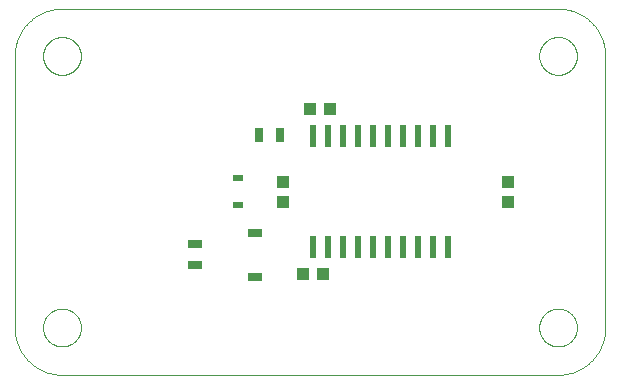
<source format=gtp>
G75*
%MOIN*%
%OFA0B0*%
%FSLAX25Y25*%
%IPPOS*%
%LPD*%
%AMOC8*
5,1,8,0,0,1.08239X$1,22.5*
%
%ADD10R,0.02200X0.07800*%
%ADD11R,0.04724X0.03150*%
%ADD12R,0.03937X0.04331*%
%ADD13R,0.03150X0.04724*%
%ADD14R,0.04331X0.03937*%
%ADD15R,0.05000X0.02500*%
%ADD16R,0.03268X0.02480*%
%ADD17C,0.00000*%
D10*
X0130697Y0076680D03*
X0135697Y0076680D03*
X0140697Y0076680D03*
X0145697Y0076680D03*
X0150697Y0076680D03*
X0155697Y0076680D03*
X0160697Y0076680D03*
X0165697Y0076680D03*
X0170697Y0076680D03*
X0175697Y0076680D03*
X0175697Y0113680D03*
X0170697Y0113680D03*
X0165697Y0113680D03*
X0160697Y0113680D03*
X0155697Y0113680D03*
X0150697Y0113680D03*
X0145697Y0113680D03*
X0140697Y0113680D03*
X0135697Y0113680D03*
X0130697Y0113680D03*
D11*
X0091346Y0077699D03*
X0091346Y0070613D03*
D12*
X0120697Y0091833D03*
X0120697Y0098526D03*
X0195697Y0098526D03*
X0195697Y0091833D03*
D13*
X0119890Y0114156D03*
X0112803Y0114156D03*
D14*
X0129850Y0122680D03*
X0136543Y0122680D03*
X0134043Y0067680D03*
X0127350Y0067680D03*
D15*
X0111346Y0066873D03*
X0111346Y0081440D03*
D16*
X0105697Y0090652D03*
X0105697Y0099707D03*
D17*
X0047094Y0034156D02*
X0212449Y0034156D01*
X0206150Y0049904D02*
X0206152Y0050062D01*
X0206158Y0050220D01*
X0206168Y0050378D01*
X0206182Y0050536D01*
X0206200Y0050693D01*
X0206221Y0050850D01*
X0206247Y0051006D01*
X0206277Y0051162D01*
X0206310Y0051317D01*
X0206348Y0051470D01*
X0206389Y0051623D01*
X0206434Y0051775D01*
X0206483Y0051926D01*
X0206536Y0052075D01*
X0206592Y0052223D01*
X0206652Y0052369D01*
X0206716Y0052514D01*
X0206784Y0052657D01*
X0206855Y0052799D01*
X0206929Y0052939D01*
X0207007Y0053076D01*
X0207089Y0053212D01*
X0207173Y0053346D01*
X0207262Y0053477D01*
X0207353Y0053606D01*
X0207448Y0053733D01*
X0207545Y0053858D01*
X0207646Y0053980D01*
X0207750Y0054099D01*
X0207857Y0054216D01*
X0207967Y0054330D01*
X0208080Y0054441D01*
X0208195Y0054550D01*
X0208313Y0054655D01*
X0208434Y0054757D01*
X0208557Y0054857D01*
X0208683Y0054953D01*
X0208811Y0055046D01*
X0208941Y0055136D01*
X0209074Y0055222D01*
X0209209Y0055306D01*
X0209345Y0055385D01*
X0209484Y0055462D01*
X0209625Y0055534D01*
X0209767Y0055604D01*
X0209911Y0055669D01*
X0210057Y0055731D01*
X0210204Y0055789D01*
X0210353Y0055844D01*
X0210503Y0055895D01*
X0210654Y0055942D01*
X0210806Y0055985D01*
X0210959Y0056024D01*
X0211114Y0056060D01*
X0211269Y0056091D01*
X0211425Y0056119D01*
X0211581Y0056143D01*
X0211738Y0056163D01*
X0211896Y0056179D01*
X0212053Y0056191D01*
X0212212Y0056199D01*
X0212370Y0056203D01*
X0212528Y0056203D01*
X0212686Y0056199D01*
X0212845Y0056191D01*
X0213002Y0056179D01*
X0213160Y0056163D01*
X0213317Y0056143D01*
X0213473Y0056119D01*
X0213629Y0056091D01*
X0213784Y0056060D01*
X0213939Y0056024D01*
X0214092Y0055985D01*
X0214244Y0055942D01*
X0214395Y0055895D01*
X0214545Y0055844D01*
X0214694Y0055789D01*
X0214841Y0055731D01*
X0214987Y0055669D01*
X0215131Y0055604D01*
X0215273Y0055534D01*
X0215414Y0055462D01*
X0215553Y0055385D01*
X0215689Y0055306D01*
X0215824Y0055222D01*
X0215957Y0055136D01*
X0216087Y0055046D01*
X0216215Y0054953D01*
X0216341Y0054857D01*
X0216464Y0054757D01*
X0216585Y0054655D01*
X0216703Y0054550D01*
X0216818Y0054441D01*
X0216931Y0054330D01*
X0217041Y0054216D01*
X0217148Y0054099D01*
X0217252Y0053980D01*
X0217353Y0053858D01*
X0217450Y0053733D01*
X0217545Y0053606D01*
X0217636Y0053477D01*
X0217725Y0053346D01*
X0217809Y0053212D01*
X0217891Y0053076D01*
X0217969Y0052939D01*
X0218043Y0052799D01*
X0218114Y0052657D01*
X0218182Y0052514D01*
X0218246Y0052369D01*
X0218306Y0052223D01*
X0218362Y0052075D01*
X0218415Y0051926D01*
X0218464Y0051775D01*
X0218509Y0051623D01*
X0218550Y0051470D01*
X0218588Y0051317D01*
X0218621Y0051162D01*
X0218651Y0051006D01*
X0218677Y0050850D01*
X0218698Y0050693D01*
X0218716Y0050536D01*
X0218730Y0050378D01*
X0218740Y0050220D01*
X0218746Y0050062D01*
X0218748Y0049904D01*
X0218746Y0049746D01*
X0218740Y0049588D01*
X0218730Y0049430D01*
X0218716Y0049272D01*
X0218698Y0049115D01*
X0218677Y0048958D01*
X0218651Y0048802D01*
X0218621Y0048646D01*
X0218588Y0048491D01*
X0218550Y0048338D01*
X0218509Y0048185D01*
X0218464Y0048033D01*
X0218415Y0047882D01*
X0218362Y0047733D01*
X0218306Y0047585D01*
X0218246Y0047439D01*
X0218182Y0047294D01*
X0218114Y0047151D01*
X0218043Y0047009D01*
X0217969Y0046869D01*
X0217891Y0046732D01*
X0217809Y0046596D01*
X0217725Y0046462D01*
X0217636Y0046331D01*
X0217545Y0046202D01*
X0217450Y0046075D01*
X0217353Y0045950D01*
X0217252Y0045828D01*
X0217148Y0045709D01*
X0217041Y0045592D01*
X0216931Y0045478D01*
X0216818Y0045367D01*
X0216703Y0045258D01*
X0216585Y0045153D01*
X0216464Y0045051D01*
X0216341Y0044951D01*
X0216215Y0044855D01*
X0216087Y0044762D01*
X0215957Y0044672D01*
X0215824Y0044586D01*
X0215689Y0044502D01*
X0215553Y0044423D01*
X0215414Y0044346D01*
X0215273Y0044274D01*
X0215131Y0044204D01*
X0214987Y0044139D01*
X0214841Y0044077D01*
X0214694Y0044019D01*
X0214545Y0043964D01*
X0214395Y0043913D01*
X0214244Y0043866D01*
X0214092Y0043823D01*
X0213939Y0043784D01*
X0213784Y0043748D01*
X0213629Y0043717D01*
X0213473Y0043689D01*
X0213317Y0043665D01*
X0213160Y0043645D01*
X0213002Y0043629D01*
X0212845Y0043617D01*
X0212686Y0043609D01*
X0212528Y0043605D01*
X0212370Y0043605D01*
X0212212Y0043609D01*
X0212053Y0043617D01*
X0211896Y0043629D01*
X0211738Y0043645D01*
X0211581Y0043665D01*
X0211425Y0043689D01*
X0211269Y0043717D01*
X0211114Y0043748D01*
X0210959Y0043784D01*
X0210806Y0043823D01*
X0210654Y0043866D01*
X0210503Y0043913D01*
X0210353Y0043964D01*
X0210204Y0044019D01*
X0210057Y0044077D01*
X0209911Y0044139D01*
X0209767Y0044204D01*
X0209625Y0044274D01*
X0209484Y0044346D01*
X0209345Y0044423D01*
X0209209Y0044502D01*
X0209074Y0044586D01*
X0208941Y0044672D01*
X0208811Y0044762D01*
X0208683Y0044855D01*
X0208557Y0044951D01*
X0208434Y0045051D01*
X0208313Y0045153D01*
X0208195Y0045258D01*
X0208080Y0045367D01*
X0207967Y0045478D01*
X0207857Y0045592D01*
X0207750Y0045709D01*
X0207646Y0045828D01*
X0207545Y0045950D01*
X0207448Y0046075D01*
X0207353Y0046202D01*
X0207262Y0046331D01*
X0207173Y0046462D01*
X0207089Y0046596D01*
X0207007Y0046732D01*
X0206929Y0046869D01*
X0206855Y0047009D01*
X0206784Y0047151D01*
X0206716Y0047294D01*
X0206652Y0047439D01*
X0206592Y0047585D01*
X0206536Y0047733D01*
X0206483Y0047882D01*
X0206434Y0048033D01*
X0206389Y0048185D01*
X0206348Y0048338D01*
X0206310Y0048491D01*
X0206277Y0048646D01*
X0206247Y0048802D01*
X0206221Y0048958D01*
X0206200Y0049115D01*
X0206182Y0049272D01*
X0206168Y0049430D01*
X0206158Y0049588D01*
X0206152Y0049746D01*
X0206150Y0049904D01*
X0212449Y0034156D02*
X0212830Y0034161D01*
X0213210Y0034174D01*
X0213590Y0034197D01*
X0213969Y0034230D01*
X0214347Y0034271D01*
X0214724Y0034321D01*
X0215100Y0034381D01*
X0215475Y0034449D01*
X0215847Y0034527D01*
X0216218Y0034614D01*
X0216586Y0034709D01*
X0216952Y0034814D01*
X0217315Y0034927D01*
X0217676Y0035049D01*
X0218033Y0035179D01*
X0218387Y0035319D01*
X0218738Y0035466D01*
X0219085Y0035623D01*
X0219428Y0035787D01*
X0219767Y0035960D01*
X0220102Y0036141D01*
X0220433Y0036330D01*
X0220758Y0036527D01*
X0221079Y0036731D01*
X0221395Y0036944D01*
X0221705Y0037164D01*
X0222011Y0037391D01*
X0222310Y0037626D01*
X0222604Y0037868D01*
X0222892Y0038116D01*
X0223174Y0038372D01*
X0223449Y0038635D01*
X0223718Y0038904D01*
X0223981Y0039179D01*
X0224237Y0039461D01*
X0224485Y0039749D01*
X0224727Y0040043D01*
X0224962Y0040342D01*
X0225189Y0040648D01*
X0225409Y0040958D01*
X0225622Y0041274D01*
X0225826Y0041595D01*
X0226023Y0041920D01*
X0226212Y0042251D01*
X0226393Y0042586D01*
X0226566Y0042925D01*
X0226730Y0043268D01*
X0226887Y0043615D01*
X0227034Y0043966D01*
X0227174Y0044320D01*
X0227304Y0044677D01*
X0227426Y0045038D01*
X0227539Y0045401D01*
X0227644Y0045767D01*
X0227739Y0046135D01*
X0227826Y0046506D01*
X0227904Y0046878D01*
X0227972Y0047253D01*
X0228032Y0047629D01*
X0228082Y0048006D01*
X0228123Y0048384D01*
X0228156Y0048763D01*
X0228179Y0049143D01*
X0228192Y0049523D01*
X0228197Y0049904D01*
X0228197Y0140455D01*
X0206150Y0140455D02*
X0206152Y0140613D01*
X0206158Y0140771D01*
X0206168Y0140929D01*
X0206182Y0141087D01*
X0206200Y0141244D01*
X0206221Y0141401D01*
X0206247Y0141557D01*
X0206277Y0141713D01*
X0206310Y0141868D01*
X0206348Y0142021D01*
X0206389Y0142174D01*
X0206434Y0142326D01*
X0206483Y0142477D01*
X0206536Y0142626D01*
X0206592Y0142774D01*
X0206652Y0142920D01*
X0206716Y0143065D01*
X0206784Y0143208D01*
X0206855Y0143350D01*
X0206929Y0143490D01*
X0207007Y0143627D01*
X0207089Y0143763D01*
X0207173Y0143897D01*
X0207262Y0144028D01*
X0207353Y0144157D01*
X0207448Y0144284D01*
X0207545Y0144409D01*
X0207646Y0144531D01*
X0207750Y0144650D01*
X0207857Y0144767D01*
X0207967Y0144881D01*
X0208080Y0144992D01*
X0208195Y0145101D01*
X0208313Y0145206D01*
X0208434Y0145308D01*
X0208557Y0145408D01*
X0208683Y0145504D01*
X0208811Y0145597D01*
X0208941Y0145687D01*
X0209074Y0145773D01*
X0209209Y0145857D01*
X0209345Y0145936D01*
X0209484Y0146013D01*
X0209625Y0146085D01*
X0209767Y0146155D01*
X0209911Y0146220D01*
X0210057Y0146282D01*
X0210204Y0146340D01*
X0210353Y0146395D01*
X0210503Y0146446D01*
X0210654Y0146493D01*
X0210806Y0146536D01*
X0210959Y0146575D01*
X0211114Y0146611D01*
X0211269Y0146642D01*
X0211425Y0146670D01*
X0211581Y0146694D01*
X0211738Y0146714D01*
X0211896Y0146730D01*
X0212053Y0146742D01*
X0212212Y0146750D01*
X0212370Y0146754D01*
X0212528Y0146754D01*
X0212686Y0146750D01*
X0212845Y0146742D01*
X0213002Y0146730D01*
X0213160Y0146714D01*
X0213317Y0146694D01*
X0213473Y0146670D01*
X0213629Y0146642D01*
X0213784Y0146611D01*
X0213939Y0146575D01*
X0214092Y0146536D01*
X0214244Y0146493D01*
X0214395Y0146446D01*
X0214545Y0146395D01*
X0214694Y0146340D01*
X0214841Y0146282D01*
X0214987Y0146220D01*
X0215131Y0146155D01*
X0215273Y0146085D01*
X0215414Y0146013D01*
X0215553Y0145936D01*
X0215689Y0145857D01*
X0215824Y0145773D01*
X0215957Y0145687D01*
X0216087Y0145597D01*
X0216215Y0145504D01*
X0216341Y0145408D01*
X0216464Y0145308D01*
X0216585Y0145206D01*
X0216703Y0145101D01*
X0216818Y0144992D01*
X0216931Y0144881D01*
X0217041Y0144767D01*
X0217148Y0144650D01*
X0217252Y0144531D01*
X0217353Y0144409D01*
X0217450Y0144284D01*
X0217545Y0144157D01*
X0217636Y0144028D01*
X0217725Y0143897D01*
X0217809Y0143763D01*
X0217891Y0143627D01*
X0217969Y0143490D01*
X0218043Y0143350D01*
X0218114Y0143208D01*
X0218182Y0143065D01*
X0218246Y0142920D01*
X0218306Y0142774D01*
X0218362Y0142626D01*
X0218415Y0142477D01*
X0218464Y0142326D01*
X0218509Y0142174D01*
X0218550Y0142021D01*
X0218588Y0141868D01*
X0218621Y0141713D01*
X0218651Y0141557D01*
X0218677Y0141401D01*
X0218698Y0141244D01*
X0218716Y0141087D01*
X0218730Y0140929D01*
X0218740Y0140771D01*
X0218746Y0140613D01*
X0218748Y0140455D01*
X0218746Y0140297D01*
X0218740Y0140139D01*
X0218730Y0139981D01*
X0218716Y0139823D01*
X0218698Y0139666D01*
X0218677Y0139509D01*
X0218651Y0139353D01*
X0218621Y0139197D01*
X0218588Y0139042D01*
X0218550Y0138889D01*
X0218509Y0138736D01*
X0218464Y0138584D01*
X0218415Y0138433D01*
X0218362Y0138284D01*
X0218306Y0138136D01*
X0218246Y0137990D01*
X0218182Y0137845D01*
X0218114Y0137702D01*
X0218043Y0137560D01*
X0217969Y0137420D01*
X0217891Y0137283D01*
X0217809Y0137147D01*
X0217725Y0137013D01*
X0217636Y0136882D01*
X0217545Y0136753D01*
X0217450Y0136626D01*
X0217353Y0136501D01*
X0217252Y0136379D01*
X0217148Y0136260D01*
X0217041Y0136143D01*
X0216931Y0136029D01*
X0216818Y0135918D01*
X0216703Y0135809D01*
X0216585Y0135704D01*
X0216464Y0135602D01*
X0216341Y0135502D01*
X0216215Y0135406D01*
X0216087Y0135313D01*
X0215957Y0135223D01*
X0215824Y0135137D01*
X0215689Y0135053D01*
X0215553Y0134974D01*
X0215414Y0134897D01*
X0215273Y0134825D01*
X0215131Y0134755D01*
X0214987Y0134690D01*
X0214841Y0134628D01*
X0214694Y0134570D01*
X0214545Y0134515D01*
X0214395Y0134464D01*
X0214244Y0134417D01*
X0214092Y0134374D01*
X0213939Y0134335D01*
X0213784Y0134299D01*
X0213629Y0134268D01*
X0213473Y0134240D01*
X0213317Y0134216D01*
X0213160Y0134196D01*
X0213002Y0134180D01*
X0212845Y0134168D01*
X0212686Y0134160D01*
X0212528Y0134156D01*
X0212370Y0134156D01*
X0212212Y0134160D01*
X0212053Y0134168D01*
X0211896Y0134180D01*
X0211738Y0134196D01*
X0211581Y0134216D01*
X0211425Y0134240D01*
X0211269Y0134268D01*
X0211114Y0134299D01*
X0210959Y0134335D01*
X0210806Y0134374D01*
X0210654Y0134417D01*
X0210503Y0134464D01*
X0210353Y0134515D01*
X0210204Y0134570D01*
X0210057Y0134628D01*
X0209911Y0134690D01*
X0209767Y0134755D01*
X0209625Y0134825D01*
X0209484Y0134897D01*
X0209345Y0134974D01*
X0209209Y0135053D01*
X0209074Y0135137D01*
X0208941Y0135223D01*
X0208811Y0135313D01*
X0208683Y0135406D01*
X0208557Y0135502D01*
X0208434Y0135602D01*
X0208313Y0135704D01*
X0208195Y0135809D01*
X0208080Y0135918D01*
X0207967Y0136029D01*
X0207857Y0136143D01*
X0207750Y0136260D01*
X0207646Y0136379D01*
X0207545Y0136501D01*
X0207448Y0136626D01*
X0207353Y0136753D01*
X0207262Y0136882D01*
X0207173Y0137013D01*
X0207089Y0137147D01*
X0207007Y0137283D01*
X0206929Y0137420D01*
X0206855Y0137560D01*
X0206784Y0137702D01*
X0206716Y0137845D01*
X0206652Y0137990D01*
X0206592Y0138136D01*
X0206536Y0138284D01*
X0206483Y0138433D01*
X0206434Y0138584D01*
X0206389Y0138736D01*
X0206348Y0138889D01*
X0206310Y0139042D01*
X0206277Y0139197D01*
X0206247Y0139353D01*
X0206221Y0139509D01*
X0206200Y0139666D01*
X0206182Y0139823D01*
X0206168Y0139981D01*
X0206158Y0140139D01*
X0206152Y0140297D01*
X0206150Y0140455D01*
X0212449Y0156203D02*
X0212830Y0156198D01*
X0213210Y0156185D01*
X0213590Y0156162D01*
X0213969Y0156129D01*
X0214347Y0156088D01*
X0214724Y0156038D01*
X0215100Y0155978D01*
X0215475Y0155910D01*
X0215847Y0155832D01*
X0216218Y0155745D01*
X0216586Y0155650D01*
X0216952Y0155545D01*
X0217315Y0155432D01*
X0217676Y0155310D01*
X0218033Y0155180D01*
X0218387Y0155040D01*
X0218738Y0154893D01*
X0219085Y0154736D01*
X0219428Y0154572D01*
X0219767Y0154399D01*
X0220102Y0154218D01*
X0220433Y0154029D01*
X0220758Y0153832D01*
X0221079Y0153628D01*
X0221395Y0153415D01*
X0221705Y0153195D01*
X0222011Y0152968D01*
X0222310Y0152733D01*
X0222604Y0152491D01*
X0222892Y0152243D01*
X0223174Y0151987D01*
X0223449Y0151724D01*
X0223718Y0151455D01*
X0223981Y0151180D01*
X0224237Y0150898D01*
X0224485Y0150610D01*
X0224727Y0150316D01*
X0224962Y0150017D01*
X0225189Y0149711D01*
X0225409Y0149401D01*
X0225622Y0149085D01*
X0225826Y0148764D01*
X0226023Y0148439D01*
X0226212Y0148108D01*
X0226393Y0147773D01*
X0226566Y0147434D01*
X0226730Y0147091D01*
X0226887Y0146744D01*
X0227034Y0146393D01*
X0227174Y0146039D01*
X0227304Y0145682D01*
X0227426Y0145321D01*
X0227539Y0144958D01*
X0227644Y0144592D01*
X0227739Y0144224D01*
X0227826Y0143853D01*
X0227904Y0143481D01*
X0227972Y0143106D01*
X0228032Y0142730D01*
X0228082Y0142353D01*
X0228123Y0141975D01*
X0228156Y0141596D01*
X0228179Y0141216D01*
X0228192Y0140836D01*
X0228197Y0140455D01*
X0212449Y0156203D02*
X0047094Y0156203D01*
X0040795Y0140455D02*
X0040797Y0140613D01*
X0040803Y0140771D01*
X0040813Y0140929D01*
X0040827Y0141087D01*
X0040845Y0141244D01*
X0040866Y0141401D01*
X0040892Y0141557D01*
X0040922Y0141713D01*
X0040955Y0141868D01*
X0040993Y0142021D01*
X0041034Y0142174D01*
X0041079Y0142326D01*
X0041128Y0142477D01*
X0041181Y0142626D01*
X0041237Y0142774D01*
X0041297Y0142920D01*
X0041361Y0143065D01*
X0041429Y0143208D01*
X0041500Y0143350D01*
X0041574Y0143490D01*
X0041652Y0143627D01*
X0041734Y0143763D01*
X0041818Y0143897D01*
X0041907Y0144028D01*
X0041998Y0144157D01*
X0042093Y0144284D01*
X0042190Y0144409D01*
X0042291Y0144531D01*
X0042395Y0144650D01*
X0042502Y0144767D01*
X0042612Y0144881D01*
X0042725Y0144992D01*
X0042840Y0145101D01*
X0042958Y0145206D01*
X0043079Y0145308D01*
X0043202Y0145408D01*
X0043328Y0145504D01*
X0043456Y0145597D01*
X0043586Y0145687D01*
X0043719Y0145773D01*
X0043854Y0145857D01*
X0043990Y0145936D01*
X0044129Y0146013D01*
X0044270Y0146085D01*
X0044412Y0146155D01*
X0044556Y0146220D01*
X0044702Y0146282D01*
X0044849Y0146340D01*
X0044998Y0146395D01*
X0045148Y0146446D01*
X0045299Y0146493D01*
X0045451Y0146536D01*
X0045604Y0146575D01*
X0045759Y0146611D01*
X0045914Y0146642D01*
X0046070Y0146670D01*
X0046226Y0146694D01*
X0046383Y0146714D01*
X0046541Y0146730D01*
X0046698Y0146742D01*
X0046857Y0146750D01*
X0047015Y0146754D01*
X0047173Y0146754D01*
X0047331Y0146750D01*
X0047490Y0146742D01*
X0047647Y0146730D01*
X0047805Y0146714D01*
X0047962Y0146694D01*
X0048118Y0146670D01*
X0048274Y0146642D01*
X0048429Y0146611D01*
X0048584Y0146575D01*
X0048737Y0146536D01*
X0048889Y0146493D01*
X0049040Y0146446D01*
X0049190Y0146395D01*
X0049339Y0146340D01*
X0049486Y0146282D01*
X0049632Y0146220D01*
X0049776Y0146155D01*
X0049918Y0146085D01*
X0050059Y0146013D01*
X0050198Y0145936D01*
X0050334Y0145857D01*
X0050469Y0145773D01*
X0050602Y0145687D01*
X0050732Y0145597D01*
X0050860Y0145504D01*
X0050986Y0145408D01*
X0051109Y0145308D01*
X0051230Y0145206D01*
X0051348Y0145101D01*
X0051463Y0144992D01*
X0051576Y0144881D01*
X0051686Y0144767D01*
X0051793Y0144650D01*
X0051897Y0144531D01*
X0051998Y0144409D01*
X0052095Y0144284D01*
X0052190Y0144157D01*
X0052281Y0144028D01*
X0052370Y0143897D01*
X0052454Y0143763D01*
X0052536Y0143627D01*
X0052614Y0143490D01*
X0052688Y0143350D01*
X0052759Y0143208D01*
X0052827Y0143065D01*
X0052891Y0142920D01*
X0052951Y0142774D01*
X0053007Y0142626D01*
X0053060Y0142477D01*
X0053109Y0142326D01*
X0053154Y0142174D01*
X0053195Y0142021D01*
X0053233Y0141868D01*
X0053266Y0141713D01*
X0053296Y0141557D01*
X0053322Y0141401D01*
X0053343Y0141244D01*
X0053361Y0141087D01*
X0053375Y0140929D01*
X0053385Y0140771D01*
X0053391Y0140613D01*
X0053393Y0140455D01*
X0053391Y0140297D01*
X0053385Y0140139D01*
X0053375Y0139981D01*
X0053361Y0139823D01*
X0053343Y0139666D01*
X0053322Y0139509D01*
X0053296Y0139353D01*
X0053266Y0139197D01*
X0053233Y0139042D01*
X0053195Y0138889D01*
X0053154Y0138736D01*
X0053109Y0138584D01*
X0053060Y0138433D01*
X0053007Y0138284D01*
X0052951Y0138136D01*
X0052891Y0137990D01*
X0052827Y0137845D01*
X0052759Y0137702D01*
X0052688Y0137560D01*
X0052614Y0137420D01*
X0052536Y0137283D01*
X0052454Y0137147D01*
X0052370Y0137013D01*
X0052281Y0136882D01*
X0052190Y0136753D01*
X0052095Y0136626D01*
X0051998Y0136501D01*
X0051897Y0136379D01*
X0051793Y0136260D01*
X0051686Y0136143D01*
X0051576Y0136029D01*
X0051463Y0135918D01*
X0051348Y0135809D01*
X0051230Y0135704D01*
X0051109Y0135602D01*
X0050986Y0135502D01*
X0050860Y0135406D01*
X0050732Y0135313D01*
X0050602Y0135223D01*
X0050469Y0135137D01*
X0050334Y0135053D01*
X0050198Y0134974D01*
X0050059Y0134897D01*
X0049918Y0134825D01*
X0049776Y0134755D01*
X0049632Y0134690D01*
X0049486Y0134628D01*
X0049339Y0134570D01*
X0049190Y0134515D01*
X0049040Y0134464D01*
X0048889Y0134417D01*
X0048737Y0134374D01*
X0048584Y0134335D01*
X0048429Y0134299D01*
X0048274Y0134268D01*
X0048118Y0134240D01*
X0047962Y0134216D01*
X0047805Y0134196D01*
X0047647Y0134180D01*
X0047490Y0134168D01*
X0047331Y0134160D01*
X0047173Y0134156D01*
X0047015Y0134156D01*
X0046857Y0134160D01*
X0046698Y0134168D01*
X0046541Y0134180D01*
X0046383Y0134196D01*
X0046226Y0134216D01*
X0046070Y0134240D01*
X0045914Y0134268D01*
X0045759Y0134299D01*
X0045604Y0134335D01*
X0045451Y0134374D01*
X0045299Y0134417D01*
X0045148Y0134464D01*
X0044998Y0134515D01*
X0044849Y0134570D01*
X0044702Y0134628D01*
X0044556Y0134690D01*
X0044412Y0134755D01*
X0044270Y0134825D01*
X0044129Y0134897D01*
X0043990Y0134974D01*
X0043854Y0135053D01*
X0043719Y0135137D01*
X0043586Y0135223D01*
X0043456Y0135313D01*
X0043328Y0135406D01*
X0043202Y0135502D01*
X0043079Y0135602D01*
X0042958Y0135704D01*
X0042840Y0135809D01*
X0042725Y0135918D01*
X0042612Y0136029D01*
X0042502Y0136143D01*
X0042395Y0136260D01*
X0042291Y0136379D01*
X0042190Y0136501D01*
X0042093Y0136626D01*
X0041998Y0136753D01*
X0041907Y0136882D01*
X0041818Y0137013D01*
X0041734Y0137147D01*
X0041652Y0137283D01*
X0041574Y0137420D01*
X0041500Y0137560D01*
X0041429Y0137702D01*
X0041361Y0137845D01*
X0041297Y0137990D01*
X0041237Y0138136D01*
X0041181Y0138284D01*
X0041128Y0138433D01*
X0041079Y0138584D01*
X0041034Y0138736D01*
X0040993Y0138889D01*
X0040955Y0139042D01*
X0040922Y0139197D01*
X0040892Y0139353D01*
X0040866Y0139509D01*
X0040845Y0139666D01*
X0040827Y0139823D01*
X0040813Y0139981D01*
X0040803Y0140139D01*
X0040797Y0140297D01*
X0040795Y0140455D01*
X0031346Y0140455D02*
X0031351Y0140836D01*
X0031364Y0141216D01*
X0031387Y0141596D01*
X0031420Y0141975D01*
X0031461Y0142353D01*
X0031511Y0142730D01*
X0031571Y0143106D01*
X0031639Y0143481D01*
X0031717Y0143853D01*
X0031804Y0144224D01*
X0031899Y0144592D01*
X0032004Y0144958D01*
X0032117Y0145321D01*
X0032239Y0145682D01*
X0032369Y0146039D01*
X0032509Y0146393D01*
X0032656Y0146744D01*
X0032813Y0147091D01*
X0032977Y0147434D01*
X0033150Y0147773D01*
X0033331Y0148108D01*
X0033520Y0148439D01*
X0033717Y0148764D01*
X0033921Y0149085D01*
X0034134Y0149401D01*
X0034354Y0149711D01*
X0034581Y0150017D01*
X0034816Y0150316D01*
X0035058Y0150610D01*
X0035306Y0150898D01*
X0035562Y0151180D01*
X0035825Y0151455D01*
X0036094Y0151724D01*
X0036369Y0151987D01*
X0036651Y0152243D01*
X0036939Y0152491D01*
X0037233Y0152733D01*
X0037532Y0152968D01*
X0037838Y0153195D01*
X0038148Y0153415D01*
X0038464Y0153628D01*
X0038785Y0153832D01*
X0039110Y0154029D01*
X0039441Y0154218D01*
X0039776Y0154399D01*
X0040115Y0154572D01*
X0040458Y0154736D01*
X0040805Y0154893D01*
X0041156Y0155040D01*
X0041510Y0155180D01*
X0041867Y0155310D01*
X0042228Y0155432D01*
X0042591Y0155545D01*
X0042957Y0155650D01*
X0043325Y0155745D01*
X0043696Y0155832D01*
X0044068Y0155910D01*
X0044443Y0155978D01*
X0044819Y0156038D01*
X0045196Y0156088D01*
X0045574Y0156129D01*
X0045953Y0156162D01*
X0046333Y0156185D01*
X0046713Y0156198D01*
X0047094Y0156203D01*
X0031346Y0140455D02*
X0031346Y0049904D01*
X0040795Y0049904D02*
X0040797Y0050062D01*
X0040803Y0050220D01*
X0040813Y0050378D01*
X0040827Y0050536D01*
X0040845Y0050693D01*
X0040866Y0050850D01*
X0040892Y0051006D01*
X0040922Y0051162D01*
X0040955Y0051317D01*
X0040993Y0051470D01*
X0041034Y0051623D01*
X0041079Y0051775D01*
X0041128Y0051926D01*
X0041181Y0052075D01*
X0041237Y0052223D01*
X0041297Y0052369D01*
X0041361Y0052514D01*
X0041429Y0052657D01*
X0041500Y0052799D01*
X0041574Y0052939D01*
X0041652Y0053076D01*
X0041734Y0053212D01*
X0041818Y0053346D01*
X0041907Y0053477D01*
X0041998Y0053606D01*
X0042093Y0053733D01*
X0042190Y0053858D01*
X0042291Y0053980D01*
X0042395Y0054099D01*
X0042502Y0054216D01*
X0042612Y0054330D01*
X0042725Y0054441D01*
X0042840Y0054550D01*
X0042958Y0054655D01*
X0043079Y0054757D01*
X0043202Y0054857D01*
X0043328Y0054953D01*
X0043456Y0055046D01*
X0043586Y0055136D01*
X0043719Y0055222D01*
X0043854Y0055306D01*
X0043990Y0055385D01*
X0044129Y0055462D01*
X0044270Y0055534D01*
X0044412Y0055604D01*
X0044556Y0055669D01*
X0044702Y0055731D01*
X0044849Y0055789D01*
X0044998Y0055844D01*
X0045148Y0055895D01*
X0045299Y0055942D01*
X0045451Y0055985D01*
X0045604Y0056024D01*
X0045759Y0056060D01*
X0045914Y0056091D01*
X0046070Y0056119D01*
X0046226Y0056143D01*
X0046383Y0056163D01*
X0046541Y0056179D01*
X0046698Y0056191D01*
X0046857Y0056199D01*
X0047015Y0056203D01*
X0047173Y0056203D01*
X0047331Y0056199D01*
X0047490Y0056191D01*
X0047647Y0056179D01*
X0047805Y0056163D01*
X0047962Y0056143D01*
X0048118Y0056119D01*
X0048274Y0056091D01*
X0048429Y0056060D01*
X0048584Y0056024D01*
X0048737Y0055985D01*
X0048889Y0055942D01*
X0049040Y0055895D01*
X0049190Y0055844D01*
X0049339Y0055789D01*
X0049486Y0055731D01*
X0049632Y0055669D01*
X0049776Y0055604D01*
X0049918Y0055534D01*
X0050059Y0055462D01*
X0050198Y0055385D01*
X0050334Y0055306D01*
X0050469Y0055222D01*
X0050602Y0055136D01*
X0050732Y0055046D01*
X0050860Y0054953D01*
X0050986Y0054857D01*
X0051109Y0054757D01*
X0051230Y0054655D01*
X0051348Y0054550D01*
X0051463Y0054441D01*
X0051576Y0054330D01*
X0051686Y0054216D01*
X0051793Y0054099D01*
X0051897Y0053980D01*
X0051998Y0053858D01*
X0052095Y0053733D01*
X0052190Y0053606D01*
X0052281Y0053477D01*
X0052370Y0053346D01*
X0052454Y0053212D01*
X0052536Y0053076D01*
X0052614Y0052939D01*
X0052688Y0052799D01*
X0052759Y0052657D01*
X0052827Y0052514D01*
X0052891Y0052369D01*
X0052951Y0052223D01*
X0053007Y0052075D01*
X0053060Y0051926D01*
X0053109Y0051775D01*
X0053154Y0051623D01*
X0053195Y0051470D01*
X0053233Y0051317D01*
X0053266Y0051162D01*
X0053296Y0051006D01*
X0053322Y0050850D01*
X0053343Y0050693D01*
X0053361Y0050536D01*
X0053375Y0050378D01*
X0053385Y0050220D01*
X0053391Y0050062D01*
X0053393Y0049904D01*
X0053391Y0049746D01*
X0053385Y0049588D01*
X0053375Y0049430D01*
X0053361Y0049272D01*
X0053343Y0049115D01*
X0053322Y0048958D01*
X0053296Y0048802D01*
X0053266Y0048646D01*
X0053233Y0048491D01*
X0053195Y0048338D01*
X0053154Y0048185D01*
X0053109Y0048033D01*
X0053060Y0047882D01*
X0053007Y0047733D01*
X0052951Y0047585D01*
X0052891Y0047439D01*
X0052827Y0047294D01*
X0052759Y0047151D01*
X0052688Y0047009D01*
X0052614Y0046869D01*
X0052536Y0046732D01*
X0052454Y0046596D01*
X0052370Y0046462D01*
X0052281Y0046331D01*
X0052190Y0046202D01*
X0052095Y0046075D01*
X0051998Y0045950D01*
X0051897Y0045828D01*
X0051793Y0045709D01*
X0051686Y0045592D01*
X0051576Y0045478D01*
X0051463Y0045367D01*
X0051348Y0045258D01*
X0051230Y0045153D01*
X0051109Y0045051D01*
X0050986Y0044951D01*
X0050860Y0044855D01*
X0050732Y0044762D01*
X0050602Y0044672D01*
X0050469Y0044586D01*
X0050334Y0044502D01*
X0050198Y0044423D01*
X0050059Y0044346D01*
X0049918Y0044274D01*
X0049776Y0044204D01*
X0049632Y0044139D01*
X0049486Y0044077D01*
X0049339Y0044019D01*
X0049190Y0043964D01*
X0049040Y0043913D01*
X0048889Y0043866D01*
X0048737Y0043823D01*
X0048584Y0043784D01*
X0048429Y0043748D01*
X0048274Y0043717D01*
X0048118Y0043689D01*
X0047962Y0043665D01*
X0047805Y0043645D01*
X0047647Y0043629D01*
X0047490Y0043617D01*
X0047331Y0043609D01*
X0047173Y0043605D01*
X0047015Y0043605D01*
X0046857Y0043609D01*
X0046698Y0043617D01*
X0046541Y0043629D01*
X0046383Y0043645D01*
X0046226Y0043665D01*
X0046070Y0043689D01*
X0045914Y0043717D01*
X0045759Y0043748D01*
X0045604Y0043784D01*
X0045451Y0043823D01*
X0045299Y0043866D01*
X0045148Y0043913D01*
X0044998Y0043964D01*
X0044849Y0044019D01*
X0044702Y0044077D01*
X0044556Y0044139D01*
X0044412Y0044204D01*
X0044270Y0044274D01*
X0044129Y0044346D01*
X0043990Y0044423D01*
X0043854Y0044502D01*
X0043719Y0044586D01*
X0043586Y0044672D01*
X0043456Y0044762D01*
X0043328Y0044855D01*
X0043202Y0044951D01*
X0043079Y0045051D01*
X0042958Y0045153D01*
X0042840Y0045258D01*
X0042725Y0045367D01*
X0042612Y0045478D01*
X0042502Y0045592D01*
X0042395Y0045709D01*
X0042291Y0045828D01*
X0042190Y0045950D01*
X0042093Y0046075D01*
X0041998Y0046202D01*
X0041907Y0046331D01*
X0041818Y0046462D01*
X0041734Y0046596D01*
X0041652Y0046732D01*
X0041574Y0046869D01*
X0041500Y0047009D01*
X0041429Y0047151D01*
X0041361Y0047294D01*
X0041297Y0047439D01*
X0041237Y0047585D01*
X0041181Y0047733D01*
X0041128Y0047882D01*
X0041079Y0048033D01*
X0041034Y0048185D01*
X0040993Y0048338D01*
X0040955Y0048491D01*
X0040922Y0048646D01*
X0040892Y0048802D01*
X0040866Y0048958D01*
X0040845Y0049115D01*
X0040827Y0049272D01*
X0040813Y0049430D01*
X0040803Y0049588D01*
X0040797Y0049746D01*
X0040795Y0049904D01*
X0031346Y0049904D02*
X0031351Y0049523D01*
X0031364Y0049143D01*
X0031387Y0048763D01*
X0031420Y0048384D01*
X0031461Y0048006D01*
X0031511Y0047629D01*
X0031571Y0047253D01*
X0031639Y0046878D01*
X0031717Y0046506D01*
X0031804Y0046135D01*
X0031899Y0045767D01*
X0032004Y0045401D01*
X0032117Y0045038D01*
X0032239Y0044677D01*
X0032369Y0044320D01*
X0032509Y0043966D01*
X0032656Y0043615D01*
X0032813Y0043268D01*
X0032977Y0042925D01*
X0033150Y0042586D01*
X0033331Y0042251D01*
X0033520Y0041920D01*
X0033717Y0041595D01*
X0033921Y0041274D01*
X0034134Y0040958D01*
X0034354Y0040648D01*
X0034581Y0040342D01*
X0034816Y0040043D01*
X0035058Y0039749D01*
X0035306Y0039461D01*
X0035562Y0039179D01*
X0035825Y0038904D01*
X0036094Y0038635D01*
X0036369Y0038372D01*
X0036651Y0038116D01*
X0036939Y0037868D01*
X0037233Y0037626D01*
X0037532Y0037391D01*
X0037838Y0037164D01*
X0038148Y0036944D01*
X0038464Y0036731D01*
X0038785Y0036527D01*
X0039110Y0036330D01*
X0039441Y0036141D01*
X0039776Y0035960D01*
X0040115Y0035787D01*
X0040458Y0035623D01*
X0040805Y0035466D01*
X0041156Y0035319D01*
X0041510Y0035179D01*
X0041867Y0035049D01*
X0042228Y0034927D01*
X0042591Y0034814D01*
X0042957Y0034709D01*
X0043325Y0034614D01*
X0043696Y0034527D01*
X0044068Y0034449D01*
X0044443Y0034381D01*
X0044819Y0034321D01*
X0045196Y0034271D01*
X0045574Y0034230D01*
X0045953Y0034197D01*
X0046333Y0034174D01*
X0046713Y0034161D01*
X0047094Y0034156D01*
M02*

</source>
